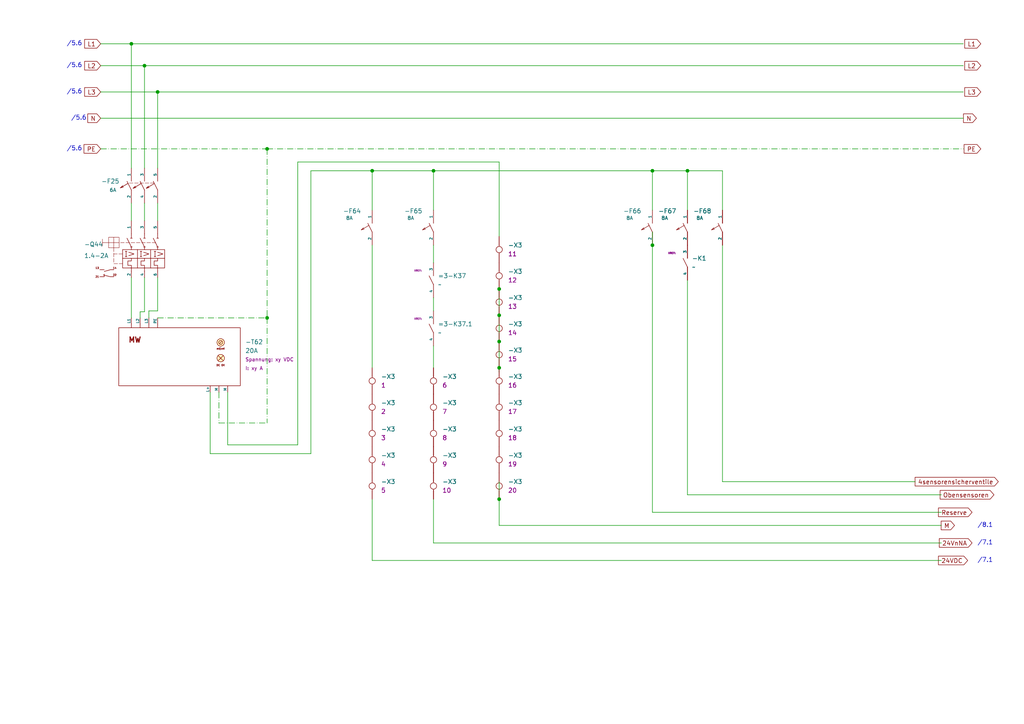
<source format=kicad_sch>
(kicad_sch (version 20250114) (generator "eeschema") (generator_version "9.0")
  (paper "A4")
  (title_block (comment 4 "1"))
  (lib_symbols
    (symbol "Verbinder_Standart_einfach_(X)_1" (pin_numbers (hide yes)) (pin_names (offset 0))
      (property "Reference" "-X" (at -4.572 2.794 0))
      (property "Nummer" "x" (at 3.048 3.048 0))
      (symbol "Verbinder_Standart_einfach_(X)_1_0_1"
        (polyline (pts (xy 0 1.27) (xy 0 1.016)))
        (circle (center 0 0) (radius 0.9158))
        (polyline (pts (xy 0 -1.27) (xy 0 -1.016)))
      )
      (symbol "Verbinder_Standart_einfach_(X)_1_1_1"
        (pin passive line (at 0 3.81 270) (length 2.54) (name "") (number ""))
        (pin passive line (at 0 -3.81 90) (length 2.54) (name "") (number ""))
      )
    )
    (symbol "Verbinder_Standart_einfach_(X)_10" (pin_numbers (hide yes)) (pin_names (offset 0))
      (property "Reference" "-X" (at -4.572 2.794 0))
      (property "Nummer" "x" (at 3.048 3.048 0))
      (symbol "Verbinder_Standart_einfach_(X)_10_0_1"
        (polyline (pts (xy 0 1.27) (xy 0 1.016)))
        (circle (center 0 0) (radius 0.9158))
        (polyline (pts (xy 0 -1.27) (xy 0 -1.016)))
      )
      (symbol "Verbinder_Standart_einfach_(X)_10_1_1"
        (pin passive line (at 0 3.81 270) (length 2.54) (name "") (number ""))
        (pin passive line (at 0 -3.81 90) (length 2.54) (name "") (number ""))
      )
    )
    (symbol "Verbinder_Standart_einfach_(X)_11" (pin_numbers (hide yes)) (pin_names (offset 0))
      (property "Reference" "-X" (at -4.572 2.794 0))
      (property "Nummer" "x" (at 3.048 3.048 0))
      (symbol "Verbinder_Standart_einfach_(X)_11_0_1"
        (polyline (pts (xy 0 1.27) (xy 0 1.016)))
        (circle (center 0 0) (radius 0.9158))
        (polyline (pts (xy 0 -1.27) (xy 0 -1.016)))
      )
      (symbol "Verbinder_Standart_einfach_(X)_11_1_1"
        (pin passive line (at 0 3.81 270) (length 2.54) (name "") (number ""))
        (pin passive line (at 0 -3.81 90) (length 2.54) (name "") (number ""))
      )
    )
    (symbol "Verbinder_Standart_einfach_(X)_12" (pin_numbers (hide yes)) (pin_names (offset 0))
      (property "Reference" "-X" (at -4.572 2.794 0))
      (property "Nummer" "x" (at 3.048 3.048 0))
      (symbol "Verbinder_Standart_einfach_(X)_12_0_1"
        (polyline (pts (xy 0 1.27) (xy 0 1.016)))
        (circle (center 0 0) (radius 0.9158))
        (polyline (pts (xy 0 -1.27) (xy 0 -1.016)))
      )
      (symbol "Verbinder_Standart_einfach_(X)_12_1_1"
        (pin passive line (at 0 3.81 270) (length 2.54) (name "") (number ""))
        (pin passive line (at 0 -3.81 90) (length 2.54) (name "") (number ""))
      )
    )
    (symbol "Verbinder_Standart_einfach_(X)_13" (pin_numbers (hide yes)) (pin_names (offset 0))
      (property "Reference" "-X" (at -4.572 2.794 0))
      (property "Nummer" "x" (at 3.048 3.048 0))
      (symbol "Verbinder_Standart_einfach_(X)_13_0_1"
        (polyline (pts (xy 0 1.27) (xy 0 1.016)))
        (circle (center 0 0) (radius 0.9158))
        (polyline (pts (xy 0 -1.27) (xy 0 -1.016)))
      )
      (symbol "Verbinder_Standart_einfach_(X)_13_1_1"
        (pin passive line (at 0 3.81 270) (length 2.54) (name "") (number ""))
        (pin passive line (at 0 -3.81 90) (length 2.54) (name "") (number ""))
      )
    )
    (symbol "Verbinder_Standart_einfach_(X)_14" (pin_numbers (hide yes)) (pin_names (offset 0))
      (property "Reference" "-X" (at -4.572 2.794 0))
      (property "Nummer" "x" (at 3.048 3.048 0))
      (symbol "Verbinder_Standart_einfach_(X)_14_0_1"
        (polyline (pts (xy 0 1.27) (xy 0 1.016)))
        (circle (center 0 0) (radius 0.9158))
        (polyline (pts (xy 0 -1.27) (xy 0 -1.016)))
      )
      (symbol "Verbinder_Standart_einfach_(X)_14_1_1"
        (pin passive line (at 0 3.81 270) (length 2.54) (name "") (number ""))
        (pin passive line (at 0 -3.81 90) (length 2.54) (name "") (number ""))
      )
    )
    (symbol "Verbinder_Standart_einfach_(X)_15" (pin_numbers (hide yes)) (pin_names (offset 0))
      (property "Reference" "-X" (at -4.572 2.794 0))
      (property "Nummer" "x" (at 3.048 3.048 0))
      (symbol "Verbinder_Standart_einfach_(X)_15_0_1"
        (polyline (pts (xy 0 1.27) (xy 0 1.016)))
        (circle (center 0 0) (radius 0.9158))
        (polyline (pts (xy 0 -1.27) (xy 0 -1.016)))
      )
      (symbol "Verbinder_Standart_einfach_(X)_15_1_1"
        (pin passive line (at 0 3.81 270) (length 2.54) (name "") (number ""))
        (pin passive line (at 0 -3.81 90) (length 2.54) (name "") (number ""))
      )
    )
    (symbol "Verbinder_Standart_einfach_(X)_16" (pin_numbers (hide yes)) (pin_names (offset 0))
      (property "Reference" "-X" (at -4.572 2.794 0))
      (property "Nummer" "x" (at 3.048 3.048 0))
      (symbol "Verbinder_Standart_einfach_(X)_16_0_1"
        (polyline (pts (xy 0 1.27) (xy 0 1.016)))
        (circle (center 0 0) (radius 0.9158))
        (polyline (pts (xy 0 -1.27) (xy 0 -1.016)))
      )
      (symbol "Verbinder_Standart_einfach_(X)_16_1_1"
        (pin passive line (at 0 3.81 270) (length 2.54) (name "") (number ""))
        (pin passive line (at 0 -3.81 90) (length 2.54) (name "") (number ""))
      )
    )
    (symbol "Verbinder_Standart_einfach_(X)_17" (pin_numbers (hide yes)) (pin_names (offset 0))
      (property "Reference" "-X" (at -4.572 2.794 0))
      (property "Nummer" "x" (at 3.048 3.048 0))
      (symbol "Verbinder_Standart_einfach_(X)_17_0_1"
        (polyline (pts (xy 0 1.27) (xy 0 1.016)))
        (circle (center 0 0) (radius 0.9158))
        (polyline (pts (xy 0 -1.27) (xy 0 -1.016)))
      )
      (symbol "Verbinder_Standart_einfach_(X)_17_1_1"
        (pin passive line (at 0 3.81 270) (length 2.54) (name "") (number ""))
        (pin passive line (at 0 -3.81 90) (length 2.54) (name "") (number ""))
      )
    )
    (symbol "Verbinder_Standart_einfach_(X)_18" (pin_numbers (hide yes)) (pin_names (offset 0))
      (property "Reference" "-X" (at -4.572 2.794 0))
      (property "Nummer" "x" (at 3.048 3.048 0))
      (symbol "Verbinder_Standart_einfach_(X)_18_0_1"
        (polyline (pts (xy 0 1.27) (xy 0 1.016)))
        (circle (center 0 0) (radius 0.9158))
        (polyline (pts (xy 0 -1.27) (xy 0 -1.016)))
      )
      (symbol "Verbinder_Standart_einfach_(X)_18_1_1"
        (pin passive line (at 0 3.81 270) (length 2.54) (name "") (number ""))
        (pin passive line (at 0 -3.81 90) (length 2.54) (name "") (number ""))
      )
    )
    (symbol "Verbinder_Standart_einfach_(X)_19" (pin_numbers (hide yes)) (pin_names (offset 0))
      (property "Reference" "-X" (at -4.572 2.794 0))
      (property "Nummer" "x" (at 3.048 3.048 0))
      (symbol "Verbinder_Standart_einfach_(X)_19_0_1"
        (polyline (pts (xy 0 1.27) (xy 0 1.016)))
        (circle (center 0 0) (radius 0.9158))
        (polyline (pts (xy 0 -1.27) (xy 0 -1.016)))
      )
      (symbol "Verbinder_Standart_einfach_(X)_19_1_1"
        (pin passive line (at 0 3.81 270) (length 2.54) (name "") (number ""))
        (pin passive line (at 0 -3.81 90) (length 2.54) (name "") (number ""))
      )
    )
    (symbol "Verbinder_Standart_einfach_(X)_2" (pin_numbers (hide yes)) (pin_names (offset 0))
      (property "Reference" "-X" (at -4.572 2.794 0))
      (property "Nummer" "x" (at 3.048 3.048 0))
      (symbol "Verbinder_Standart_einfach_(X)_2_0_1"
        (polyline (pts (xy 0 1.27) (xy 0 1.016)))
        (circle (center 0 0) (radius 0.9158))
        (polyline (pts (xy 0 -1.27) (xy 0 -1.016)))
      )
      (symbol "Verbinder_Standart_einfach_(X)_2_1_1"
        (pin passive line (at 0 3.81 270) (length 2.54) (name "") (number ""))
        (pin passive line (at 0 -3.81 90) (length 2.54) (name "") (number ""))
      )
    )
    (symbol "Verbinder_Standart_einfach_(X)_20" (pin_numbers (hide yes)) (pin_names (offset 0))
      (property "Reference" "-X" (at -4.572 2.794 0))
      (property "Nummer" "x" (at 3.048 3.048 0))
      (symbol "Verbinder_Standart_einfach_(X)_20_0_1"
        (polyline (pts (xy 0 1.27) (xy 0 1.016)))
        (circle (center 0 0) (radius 0.9158))
        (polyline (pts (xy 0 -1.27) (xy 0 -1.016)))
      )
      (symbol "Verbinder_Standart_einfach_(X)_20_1_1"
        (pin passive line (at 0 3.81 270) (length 2.54) (name "") (number ""))
        (pin passive line (at 0 -3.81 90) (length 2.54) (name "") (number ""))
      )
    )
    (symbol "Verbinder_Standart_einfach_(X)_21" (pin_numbers (hide yes)) (pin_names (offset 0))
      (property "Reference" "-X" (at -4.572 2.794 0))
      (property "Nummer" "x" (at 3.048 3.048 0))
      (symbol "Verbinder_Standart_einfach_(X)_21_0_1"
        (polyline (pts (xy 0 1.27) (xy 0 1.016)))
        (circle (center 0 0) (radius 0.9158))
        (polyline (pts (xy 0 -1.27) (xy 0 -1.016)))
      )
      (symbol "Verbinder_Standart_einfach_(X)_21_1_1"
        (pin passive line (at 0 3.81 270) (length 2.54) (name "") (number ""))
        (pin passive line (at 0 -3.81 90) (length 2.54) (name "") (number ""))
      )
    )
    (symbol "Verbinder_Standart_einfach_(X)_22" (pin_numbers (hide yes)) (pin_names (offset 0))
      (property "Reference" "-X" (at -4.572 2.794 0))
      (property "Nummer" "x" (at 3.048 3.048 0))
      (symbol "Verbinder_Standart_einfach_(X)_22_0_1"
        (polyline (pts (xy 0 1.27) (xy 0 1.016)))
        (circle (center 0 0) (radius 0.9158))
        (polyline (pts (xy 0 -1.27) (xy 0 -1.016)))
      )
      (symbol "Verbinder_Standart_einfach_(X)_22_1_1"
        (pin passive line (at 0 3.81 270) (length 2.54) (name "") (number ""))
        (pin passive line (at 0 -3.81 90) (length 2.54) (name "") (number ""))
      )
    )
    (symbol "Verbinder_Standart_einfach_(X)_23" (pin_numbers (hide yes)) (pin_names (offset 0))
      (property "Reference" "-X" (at -4.572 2.794 0))
      (property "Nummer" "x" (at 3.048 3.048 0))
      (symbol "Verbinder_Standart_einfach_(X)_23_0_1"
        (polyline (pts (xy 0 1.27) (xy 0 1.016)))
        (circle (center 0 0) (radius 0.9158))
        (polyline (pts (xy 0 -1.27) (xy 0 -1.016)))
      )
      (symbol "Verbinder_Standart_einfach_(X)_23_1_1"
        (pin passive line (at 0 3.81 270) (length 2.54) (name "") (number ""))
        (pin passive line (at 0 -3.81 90) (length 2.54) (name "") (number ""))
      )
    )
    (symbol "Verbinder_Standart_einfach_(X)_24" (pin_numbers (hide yes)) (pin_names (offset 0))
      (property "Reference" "-X" (at -4.572 2.794 0))
      (property "Nummer" "x" (at 3.048 3.048 0))
      (symbol "Verbinder_Standart_einfach_(X)_24_0_1"
        (polyline (pts (xy 0 1.27) (xy 0 1.016)))
        (circle (center 0 0) (radius 0.9158))
        (polyline (pts (xy 0 -1.27) (xy 0 -1.016)))
      )
      (symbol "Verbinder_Standart_einfach_(X)_24_1_1"
        (pin passive line (at 0 3.81 270) (length 2.54) (name "") (number ""))
        (pin passive line (at 0 -3.81 90) (length 2.54) (name "") (number ""))
      )
    )
    (symbol "Verbinder_Standart_einfach_(X)_3" (pin_numbers (hide yes)) (pin_names (offset 0))
      (property "Reference" "-X" (at -4.572 2.794 0))
      (property "Nummer" "x" (at 3.048 3.048 0))
      (symbol "Verbinder_Standart_einfach_(X)_3_0_1"
        (polyline (pts (xy 0 1.27) (xy 0 1.016)))
        (circle (center 0 0) (radius 0.9158))
        (polyline (pts (xy 0 -1.27) (xy 0 -1.016)))
      )
      (symbol "Verbinder_Standart_einfach_(X)_3_1_1"
        (pin passive line (at 0 3.81 270) (length 2.54) (name "") (number ""))
        (pin passive line (at 0 -3.81 90) (length 2.54) (name "") (number ""))
      )
    )
    (symbol "Verbinder_Standart_einfach_(X)_4" (pin_numbers (hide yes)) (pin_names (offset 0))
      (property "Reference" "-X" (at -4.572 2.794 0))
      (property "Nummer" "x" (at 3.048 3.048 0))
      (symbol "Verbinder_Standart_einfach_(X)_4_0_1"
        (polyline (pts (xy 0 1.27) (xy 0 1.016)))
        (circle (center 0 0) (radius 0.9158))
        (polyline (pts (xy 0 -1.27) (xy 0 -1.016)))
      )
      (symbol "Verbinder_Standart_einfach_(X)_4_1_1"
        (pin passive line (at 0 3.81 270) (length 2.54) (name "") (number ""))
        (pin passive line (at 0 -3.81 90) (length 2.54) (name "") (number ""))
      )
    )
    (symbol "devices:Power-Supply_allpolig_(T)" (pin_numbers (hide yes)) (pin_names (offset 0)) (on_board no)
      (property "Reference" "-T" (at -21.082 9.652 0))
      (property "Spannung" "xy VDC" (at -8.382 -2.286 0) (show_name))
      (property "I" "xy A" (at -12.7 -4.064 0) (show_name))
      (symbol "Power-Supply_allpolig_(T)_0_1"
        (rectangle (start -17.6212 8.5724) (end 17.6213 -8.2549))
        (polyline (pts (xy -13.97 9.652) (xy -13.97 8.636)))
        (polyline (pts (xy -11.43 9.652) (xy -11.43 8.636)))
        (polyline (pts (xy -8.89 9.652) (xy -8.89 8.636)))
        (polyline (pts (xy -6.35 9.652) (xy -6.35 8.636)))
      )
      (symbol "Power-Supply_allpolig_(T)_1_1"
        (polyline (pts (xy 11.176 0.508) (xy 12.7 -1.016)))
        (polyline (pts (xy 11.176 -1.016) (xy 12.7 0.508)))
        (polyline (pts (xy 11.684 4.064) (xy 12.192 4.572)))
        (circle (center 11.938 4.318) (radius 0.568))
        (circle (center 11.938 4.318) (radius 1.0776) (fill (type background)))
        (circle (center 11.938 -0.254) (radius 1.0776) (fill (type background)))
        (text "MW" (at -12.954 5.08 0) (effects (font (size 1.524 1.524) (thickness 0.3048) (bold yes))))
        (text "adjust" (at 11.938 2.54 0) (effects (font (size 0.508 0.508))))
        (text "DC OK" (at 11.938 -2.286 0) (effects (font (size 0.508 0.508))))
        (pin passive line (at -13.97 11.43 270) (length 1.778) (name "L1") (number "L1"))
        (pin passive line (at -11.43 11.43 270) (length 1.778) (name "L2") (number "L2"))
        (pin passive line (at -8.89 11.43 270) (length 1.778) (name "L3") (number "L3"))
        (pin passive line (at -6.35 11.43 270) (length 1.778) (name "PE") (number "PE"))
        (pin passive line (at 8.89 -10.16 90) (length 1.778) (name "L+") (number "L+"))
        (pin passive line (at 11.43 -10.16 90) (length 1.778) (name "M") (number "M"))
        (pin passive line (at 13.97 -10.16 90) (length 1.778) (name "M") (number "M"))
      )
    )
    (symbol "standart:Relais_(K)_NO" (pin_numbers (hide yes)) (pin_names (offset 0))
      (property "Reference" "-K" (at -4.318 4.318 0))
      (symbol "Relais_(K)_NO_0_1"
        (polyline (pts (xy 0 1.27) (xy 0 1.27)))
        (polyline (pts (xy 0 -1.27) (xy -1.27 1.27)))
      )
      (symbol "Relais_(K)_NO_1_1"
        (pin passive line (at 0 5.08 270) (length 3.81) (name "3") (number "3"))
        (pin passive line (at 0 -5.08 90) (length 3.81) (name "4") (number "4"))
      )
    )
    (symbol "standart:Schalter_LS_(F)" (pin_numbers (hide yes)) (pin_names (offset 0))
      (property "Reference" "-F" (at -5.842 3.556 0))
      (property "Value" "A" (at -6.604 1.524 0))
      (symbol "Schalter_LS_(F)_0_1"
        (polyline (pts (xy -3.1577 -1.8949) (xy -3.1577 -1.8949)))
        (polyline (pts (xy 0 0) (xy 0 0)))
        (polyline (pts (xy 0 -2.54) (xy -1.27 0)))
      )
      (symbol "Schalter_LS_(F)_1_1"
        (polyline (pts (xy -3.175 -1.905) (xy -2.54 -1.27)) (stroke (width 0.127)))
        (polyline (pts (xy -3.175 -1.905) (xy -2.3014 -1.67)) (stroke (width 0.127)))
        (polyline (pts (xy -0.9505 -0.6011) (xy -3.175 -1.905)) (stroke (width 0.127)))
        (pin passive line (at 0 3.81 270) (length 3.81) (name "1") (number "1"))
        (pin passive line (at 0 -6.35 90) (length 3.81) (name "2") (number "2"))
      )
    )
    (symbol "standart:Schalter_LS_allpolig_(F)" (pin_numbers (hide yes)) (pin_names (offset 0))
      (property "Reference" "-F" (at -5.842 3.556 0))
      (property "Value" "A" (at -6.604 1.524 0))
      (symbol "Schalter_LS_allpolig_(F)_0_1"
        (polyline (pts (xy -3.175 -1.905) (xy -2.54 -1.27)))
        (polyline (pts (xy -3.175 -1.905) (xy -2.3014 -1.67)))
        (polyline (pts (xy -3.1577 -1.8949) (xy -3.1577 -1.8949)))
        (polyline (pts (xy -0.9505 -0.6011) (xy -3.175 -1.905)))
        (polyline (pts (xy 0 0) (xy 0 0)))
        (polyline (pts (xy 0 -2.54) (xy -1.27 0)))
        (polyline (pts (xy 0.508 -2.032) (xy 1.143 -1.397)))
        (polyline (pts (xy 0.508 -2.032) (xy 1.3816 -1.797)))
        (polyline (pts (xy 0.5253 -2.0219) (xy 0.5253 -2.0219)))
        (polyline (pts (xy 2.7325 -0.7281) (xy 0.508 -2.032)))
        (polyline (pts (xy 3.81 0) (xy 3.81 0)))
        (polyline (pts (xy 3.81 -2.54) (xy 2.54 0)))
        (polyline (pts (xy 4.318 -2.032) (xy 4.953 -1.397)))
        (polyline (pts (xy 4.318 -2.032) (xy 5.1916 -1.797)))
        (polyline (pts (xy 4.3353 -2.0219) (xy 4.3353 -2.0219)))
        (polyline (pts (xy 6.5425 -0.7281) (xy 4.318 -2.032)))
        (polyline (pts (xy 7.62 0) (xy 7.62 0)))
        (polyline (pts (xy 7.62 -2.54) (xy 6.35 0)))
      )
      (symbol "Schalter_LS_allpolig_(F)_1_1"
        (polyline (pts (xy 6.604 -0.508) (xy -1.016 -0.508)) (stroke (width 0.1016) (type dash)))
        (pin passive line (at 0 3.81 270) (length 3.81) (name "1") (number "1"))
        (pin passive line (at 0 -6.35 90) (length 3.81) (name "2") (number "2"))
        (pin passive line (at 3.81 3.81 270) (length 3.81) (name "3") (number "3"))
        (pin passive line (at 3.81 -6.35 90) (length 3.81) (name "4") (number "4"))
        (pin passive line (at 7.62 3.81 270) (length 3.81) (name "5") (number "5"))
        (pin passive line (at 7.62 -6.35 90) (length 3.81) (name "2") (number "2"))
      )
    )
    (symbol "standart:Schalter_MS_(Q)_1-6" (pin_numbers (hide yes)) (pin_names (offset 0))
      (property "Reference" "-Q" (at -10.16 8.128 0))
      (symbol "Schalter_MS_(Q)_1-6_0_1"
        (polyline (pts (xy -12.954 -6.096) (xy -11.684 -6.096) (xy -11.684 -5.334)))
        (polyline (pts (xy -11.938 -5.588) (xy -9.906 -6.096)))
        (polyline (pts (xy -11.684 -4.064) (xy -12.954 -4.064)))
        (polyline (pts (xy -9.906 -6.096) (xy -8.89 -6.096)))
        (polyline (pts (xy -8.89 -4.064) (xy -9.906 -4.064) (xy -11.684 -4.572)))
        (rectangle (start -6.35 1.778) (end 5.842 -3.556))
        (polyline (pts (xy -5.588 1.27) (xy -5.08 1.27)))
        (polyline (pts (xy -5.588 -0.254) (xy -5.08 -0.254)))
        (polyline (pts (xy -5.334 1.27) (xy -5.334 -0.254)))
        (polyline (pts (xy -4.572 1.016) (xy -3.048 0.508) (xy -4.572 0)))
        (polyline (pts (xy -4.064 5.08) (xy -3.556 5.08)))
        (polyline (pts (xy -4.064 2.54) (xy -3.556 2.54)))
        (polyline (pts (xy -3.81 6.35) (xy -3.81 5.08)))
        (polyline (pts (xy -3.81 5.08) (xy -3.81 5.08)))
        (polyline (pts (xy -3.81 2.54) (xy -5.08 5.08)))
        (polyline (pts (xy -3.81 2.54) (xy -3.81 1.778)))
        (polyline (pts (xy -3.81 -0.762) (xy -3.81 -1.524) (xy -4.826 -1.524) (xy -4.826 -2.794) (xy -3.81 -2.794) (xy -3.81 -3.556)))
        (polyline (pts (xy -3.81 -4.572) (xy -3.81 -3.556)))
        (polyline (pts (xy -2.032 1.778) (xy -2.032 -3.556)))
        (polyline (pts (xy -1.27 1.27) (xy -0.762 1.27)))
        (polyline (pts (xy -1.27 -0.254) (xy -0.762 -0.254)))
        (polyline (pts (xy -1.016 1.27) (xy -1.016 -0.254)))
        (polyline (pts (xy -0.254 5.08) (xy 0.254 5.08)))
        (polyline (pts (xy -0.254 2.54) (xy 0.254 2.54)))
        (polyline (pts (xy -0.254 1.016) (xy 1.27 0.508) (xy -0.254 0)))
        (polyline (pts (xy 0 6.35) (xy 0 5.08)))
        (polyline (pts (xy 0 5.08) (xy 0 5.08)))
        (polyline (pts (xy 0 2.54) (xy -1.27 5.08)))
        (polyline (pts (xy 0 2.54) (xy 0 1.778)))
        (polyline (pts (xy 0 -0.762) (xy 0 -1.524) (xy -1.016 -1.524) (xy -1.016 -2.794) (xy 0 -2.794) (xy 0 -3.556)))
        (polyline (pts (xy 0 -3.556) (xy 0 -4.572)))
        (polyline (pts (xy 1.778 1.651) (xy 1.778 -3.556)))
        (polyline (pts (xy 2.794 1.27) (xy 3.302 1.27)))
        (polyline (pts (xy 2.794 -0.254) (xy 3.302 -0.254)))
        (polyline (pts (xy 3.048 1.27) (xy 3.048 -0.254)))
        (polyline (pts (xy 3.556 5.08) (xy 4.064 5.08)))
        (polyline (pts (xy 3.556 2.54) (xy 4.064 2.54)))
        (polyline (pts (xy 3.81 6.35) (xy 3.81 5.08)))
        (polyline (pts (xy 3.81 5.08) (xy 3.81 5.08)))
        (polyline (pts (xy 3.81 2.54) (xy 2.54 5.08)))
        (polyline (pts (xy 3.81 2.54) (xy 3.81 1.778)))
        (polyline (pts (xy 3.81 1.016) (xy 5.334 0.508) (xy 3.81 0)))
        (polyline (pts (xy 3.81 -0.762) (xy 3.81 -1.524) (xy 2.794 -1.524) (xy 2.794 -2.794) (xy 3.81 -2.794) (xy 3.81 -3.556)))
        (polyline (pts (xy 3.81 -3.556) (xy 3.81 -4.572)))
        (polyline (pts (xy 5.842 -0.762) (xy -6.35 -0.762)))
      )
      (symbol "Schalter_MS_(Q)_1-6_1_1"
        (polyline (pts (xy -12.192 3.81) (xy -12.192 2.794)) (stroke (width 0.1016)))
        (rectangle (start -10.414 5.334) (end -7.366 2.286) (stroke (width 0.1016)))
        (polyline (pts (xy -8.89 2.286) (xy -8.89 5.334)) (stroke (width 0.1016)))
        (polyline (pts (xy -8.89 2.286) (xy -8.89 -2.286) (xy -6.35 -2.286)) (stroke (width 0.1016) (type dash)))
        (polyline (pts (xy -7.366 3.81) (xy -12.192 3.81) (xy -12.192 4.826)) (stroke (width 0.1016)))
        (polyline (pts (xy -6.35 0.508) (xy -8.89 0.508)) (stroke (width 0.1016) (type dash)))
        (polyline (pts (xy 3.302 3.81) (xy -7.112 3.81)) (stroke (width 0.1016) (type dash)))
        (text "13" (at -13.716 -3.556 0) (effects (font (size 0.508 0.508))))
        (text "21" (at -13.716 -6.096 0) (effects (font (size 0.508 0.508))))
        (text "14" (at -8.636 -3.556 0) (effects (font (size 0.508 0.508))))
        (text "22" (at -8.636 -5.588 0) (effects (font (size 0.508 0.508))))
        (pin passive line (at -3.81 10.16 270) (length 3.81) (name "1") (number "1"))
        (pin passive line (at -3.81 -6.35 90) (length 1.778) (name "2") (number "2"))
        (pin passive line (at 0 10.16 270) (length 3.81) (name "3") (number "3"))
        (pin passive line (at 0 -6.35 90) (length 1.778) (name "4") (number "4"))
        (pin passive line (at 3.81 10.16 270) (length 3.81) (name "5") (number "5"))
        (pin passive line (at 3.81 -6.35 90) (length 1.778) (name "6") (number "6"))
      )
    )
    (symbol "standart:Verbinder_Standart_einfach_(X)" (pin_numbers (hide yes)) (pin_names (offset 0))
      (property "Reference" "-X" (at -4.572 2.794 0))
      (property "Nummer" "x" (at 3.048 3.048 0))
      (symbol "Verbinder_Standart_einfach_(X)_0_1"
        (polyline (pts (xy 0 1.27) (xy 0 1.016)))
        (circle (center 0 0) (radius 0.9158))
        (polyline (pts (xy 0 -1.27) (xy 0 -1.016)))
      )
      (symbol "Verbinder_Standart_einfach_(X)_1_1"
        (pin passive line (at 0 3.81 270) (length 2.54) (name "") (number ""))
        (pin passive line (at 0 -3.81 90) (length 2.54) (name "") (number ""))
      )
    )
  )
  (text "/7.1" (at 285.75 157.48 0) (effects (font (size 1.27 1.27))))
  (text "/5.6" (at 22.86 34.29 0) (effects (font (size 1.27 1.27))))
  (text "/8.1\n" (at 285.75 152.4 0) (effects (font (size 1.27 1.27))))
  (text "/5.6" (at 21.59 19.05 0) (effects (font (size 1.27 1.27))))
  (text "/5.6" (at 21.59 26.67 0) (effects (font (size 1.27 1.27))))
  (text "/5.6" (at 21.59 12.7 0) (effects (font (size 1.27 1.27))))
  (text "/5.6" (at 21.59 43.18 0) (effects (font (size 1.27 1.27))))
  (text "/7.1" (at 285.75 162.56 0) (effects (font (size 1.27 1.27))))
  (junction (at 77.47 43.18))
  (junction (at 144.78 106.68))
  (junction (at 189.23 71.12))
  (junction (at 144.78 144.78))
  (junction (at 189.23 49.53))
  (junction (at 144.78 91.44))
  (junction (at 144.78 83.82))
  (junction (at 38.1 12.7))
  (junction (at 144.78 99.06))
  (junction (at 199.39 49.53))
  (junction (at 125.73 49.53))
  (junction (at 77.47 92.202))
  (junction (at 45.72 26.67))
  (junction (at 41.91 19.05))
  (junction (at 107.95 49.53))
  (wire (pts (xy 45.72 26.67) (xy 45.72 48.768)))
  (wire (pts (xy 189.23 148.59) (xy 273.05 148.59)))
  (wire (pts (xy 107.95 49.53) (xy 107.95 60.96)))
  (wire (pts (xy 43.18 90.17) (xy 45.72 90.17)))
  (wire (pts (xy 45.72 92.202) (xy 77.47 92.202)) (stroke (width 0) (type dash_dot)))
  (wire (pts (xy 29.21 12.7) (xy 38.1 12.7)))
  (wire (pts (xy 90.17 49.53) (xy 90.17 131.572)))
  (wire (pts (xy 209.55 49.53) (xy 209.55 60.96)))
  (wire (pts (xy 86.36 46.99) (xy 144.78 46.99)))
  (wire (pts (xy 45.72 80.518) (xy 45.72 90.17)))
  (wire (pts (xy 77.47 92.202) (xy 77.47 122.682)) (stroke (width 0) (type dash_dot)))
  (wire (pts (xy 189.23 49.53) (xy 189.23 60.96)))
  (wire (pts (xy 66.04 129.032) (xy 86.36 129.032)))
  (wire (pts (xy 38.1 12.7) (xy 279.4 12.7)))
  (wire (pts (xy 40.64 90.424) (xy 41.91 90.424)))
  (wire (pts (xy 60.96 131.572) (xy 90.17 131.572)))
  (wire (pts (xy 107.95 106.68) (xy 107.95 71.12)))
  (wire (pts (xy 41.91 80.518) (xy 41.91 90.424)))
  (wire (pts (xy 29.21 19.05) (xy 41.91 19.05)))
  (wire (pts (xy 144.78 139.7) (xy 144.78 144.78)))
  (wire (pts (xy 29.21 43.18) (xy 77.47 43.18)) (stroke (width 0) (type dash_dot)))
  (wire (pts (xy 144.78 46.99) (xy 144.78 68.58)))
  (wire (pts (xy 144.78 106.68) (xy 144.78 107.95)))
  (wire (pts (xy 77.47 43.18) (xy 279.4 43.18)) (stroke (width 0) (type dash_dot)))
  (wire (pts (xy 77.47 43.18) (xy 77.47 92.202)) (stroke (width 0) (type dash_dot)))
  (wire (pts (xy 144.78 83.82) (xy 144.78 91.44)))
  (wire (pts (xy 125.73 49.53) (xy 125.73 60.96)))
  (wire (pts (xy 29.21 34.29) (xy 279.4 34.29)))
  (wire (pts (xy 144.78 144.78) (xy 144.78 152.4)))
  (wire (pts (xy 107.95 49.53) (xy 125.73 49.53)))
  (wire (pts (xy 63.5 113.792) (xy 63.5 122.682)) (stroke (width 0) (type dash_dot)))
  (wire (pts (xy 209.55 71.12) (xy 209.55 139.7)))
  (wire (pts (xy 66.04 113.792) (xy 66.04 129.032)))
  (wire (pts (xy 125.73 90.17) (xy 125.73 86.36)))
  (wire (pts (xy 189.23 71.12) (xy 189.23 148.59)))
  (wire (pts (xy 209.55 139.7) (xy 265.43 139.7)))
  (wire (pts (xy 125.73 157.48) (xy 273.05 157.48)))
  (wire (pts (xy 38.1 80.518) (xy 38.1 92.202)))
  (wire (pts (xy 125.73 144.78) (xy 125.73 157.48)))
  (wire (pts (xy 41.91 58.928) (xy 41.91 64.008)))
  (wire (pts (xy 38.1 58.928) (xy 38.1 64.008)))
  (wire (pts (xy 86.36 46.99) (xy 86.36 129.032)))
  (wire (pts (xy 199.39 49.53) (xy 199.39 60.96)))
  (wire (pts (xy 63.5 122.682) (xy 77.47 122.682)) (stroke (width 0) (type dash_dot)))
  (wire (pts (xy 107.95 162.56) (xy 273.05 162.56)))
  (wire (pts (xy 144.78 152.4) (xy 273.05 152.4)))
  (wire (pts (xy 144.78 91.44) (xy 144.78 99.06)))
  (wire (pts (xy 41.91 19.05) (xy 41.91 48.768)))
  (wire (pts (xy 189.23 67.31) (xy 189.23 71.12)))
  (wire (pts (xy 41.91 19.05) (xy 279.4 19.05)))
  (wire (pts (xy 38.1 12.7) (xy 38.1 48.768)))
  (wire (pts (xy 45.72 58.928) (xy 45.72 64.008)))
  (wire (pts (xy 43.18 90.17) (xy 43.18 92.202)))
  (wire (pts (xy 144.78 99.06) (xy 144.78 106.68)))
  (wire (pts (xy 125.73 100.33) (xy 125.73 106.68)))
  (wire (pts (xy 40.64 90.424) (xy 40.64 92.202)))
  (wire (pts (xy 199.39 81.28) (xy 199.39 143.51)))
  (wire (pts (xy 189.23 49.53) (xy 199.39 49.53)))
  (wire (pts (xy 125.73 49.53) (xy 189.23 49.53)))
  (wire (pts (xy 125.73 71.12) (xy 125.73 76.2)))
  (wire (pts (xy 45.72 26.67) (xy 279.4 26.67)))
  (wire (pts (xy 60.96 113.792) (xy 60.96 131.572)))
  (wire (pts (xy 29.21 26.67) (xy 45.72 26.67)))
  (wire (pts (xy 90.17 49.53) (xy 107.95 49.53)))
  (wire (pts (xy 199.39 49.53) (xy 209.55 49.53)))
  (wire (pts (xy 107.95 144.78) (xy 107.95 162.56)))
  (wire (pts (xy 199.39 143.51) (xy 273.05 143.51)))
  (global_label "24VDC" (shape input) (at 280.67 162.56 180) (property "Intersheetrefs" "${INTERSHEET_REFS}" (effects (hide yes))))
  (global_label "Reserve" (shape input) (at 281.94 148.59 180) (property "Intersheetrefs" "${INTERSHEET_REFS}" (effects (hide yes))))
  (global_label "L3" (shape input) (at 29.21 26.67 180) (property "Intersheetrefs" "${INTERSHEET_REFS}" (effects (hide yes))))
  (global_label "24VnNA" (shape input) (at 281.94 157.48 180) (property "Intersheetrefs" "${INTERSHEET_REFS}" (effects (hide yes))))
  (global_label "Obensensoren" (shape input) (at 288.29 143.51 180) (property "Intersheetrefs" "${INTERSHEET_REFS}" (effects (hide yes))))
  (global_label "M" (shape input) (at 276.86 152.4 180) (property "Intersheetrefs" "${INTERSHEET_REFS}" (effects (hide yes))))
  (global_label "L2" (shape input) (at 29.21 19.05 180) (property "Intersheetrefs" "${INTERSHEET_REFS}" (effects (hide yes))))
  (global_label "N" (shape input) (at 29.21 34.29 180) (property "Intersheetrefs" "${INTERSHEET_REFS}" (effects (hide yes))))
  (global_label "4sensorensicherventile" (shape input) (at 289.56 139.7 180) (property "Intersheetrefs" "${INTERSHEET_REFS}" (effects (hide yes))))
  (global_label "PE" (shape input) (at 29.21 43.18 180) (property "Intersheetrefs" "${INTERSHEET_REFS}" (effects (hide yes))))
  (global_label "L3" (shape input) (at 284.48 26.67 180) (property "Intersheetrefs" "${INTERSHEET_REFS}" (effects (hide yes))))
  (global_label "N" (shape input) (at 283.21 34.29 180) (property "Intersheetrefs" "${INTERSHEET_REFS}" (effects (hide yes))))
  (global_label "L2" (shape input) (at 284.48 19.05 180) (property "Intersheetrefs" "${INTERSHEET_REFS}" (effects (hide yes))))
  (global_label "PE" (shape input) (at 284.48 43.18 180) (property "Intersheetrefs" "${INTERSHEET_REFS}" (effects (hide yes))))
  (global_label "L1" (shape input) (at 284.48 12.7 180) (property "Intersheetrefs" "${INTERSHEET_REFS}" (effects (hide yes))))
  (global_label "L1" (shape input) (at 29.21 12.7 180) (property "Intersheetrefs" "${INTERSHEET_REFS}" (effects (hide yes))))
  (symbol (lib_id "devices:Power-Supply_allpolig_(T)") (at 52.07 103.632 0) (unit 1) (on_board no)
    (property "Reference" "-T62" (at 71.12 99.1869 0) (effects (justify left)))
    (property "Value" "20A" (at 71.12 101.7269 0) (effects (justify left)))
    (property "Description" "Netztrafo" (effects (hide yes)))
    (property "Spannung" "xy VDC" (at 71.12 104.2669 0) (show_name yes) (effects (font (size 1.016 1.016)) (justify left)))
    (property "I" "xy A" (at 71.12 106.8069 0) (show_name yes) (effects (font (size 1.016 1.016)) (justify left)))
  )
  (symbol (lib_name "Verbinder_Standart_einfach_(X)_4") (lib_id "standart:Verbinder_Standart_einfach_(X)") (at 107.95 140.97 0) (unit 1)
    (property "Reference" "-X3" (at 110.49 139.6999 0) (effects (justify left)))
    (property "Nummer" "5" (at 110.49 142.2399 0) (effects (justify left)))
  )
  (symbol (lib_name "Verbinder_Standart_einfach_(X)_11") (lib_id "standart:Verbinder_Standart_einfach_(X)") (at 125.73 118.11 0) (unit 1)
    (property "Reference" "-X3" (at 128.27 116.8399 0) (effects (justify left)))
    (property "Nummer" "7" (at 128.27 119.3799 0) (effects (justify left)))
  )
  (symbol (lib_id "standart:Relais_(K)_NO") (at 199.39 76.2 0) (unit 1)
    (property "Reference" "-K1" (at 200.66 74.9299 0) (effects (justify left)))
    (property "Value" "~" (at 200.66 77.4699 0) (effects (justify left)))
  )
  (symbol (lib_id "standart:Schalter_LS_allpolig_(F)") (at 38.1 52.578 0) (unit 1)
    (property "Reference" "-F25" (at 32.004 52.578 0))
    (property "Value" "6A" (at 32.766 55.118 0) (effects (font (size 1.016 1.016))))
  )
  (symbol (lib_id "standart:Relais_(K)_NO") (at 125.73 95.25 0) (unit 1)
    (property "Reference" "=3-K37.1" (at 127 93.9799 0) (effects (justify left)))
    (property "Value" "~" (at 127 96.5199 0) (effects (justify left)))
  )
  (symbol (lib_name "Verbinder_Standart_einfach_(X)_13") (lib_id "standart:Verbinder_Standart_einfach_(X)") (at 125.73 133.35 0) (unit 1)
    (property "Reference" "-X3" (at 128.27 132.0799 0) (effects (justify left)))
    (property "Nummer" "9" (at 128.27 134.6199 0) (effects (justify left)))
  )
  (symbol (lib_name "Verbinder_Standart_einfach_(X)_12") (lib_id "standart:Verbinder_Standart_einfach_(X)") (at 125.73 125.73 0) (unit 1)
    (property "Reference" "-X3" (at 128.27 124.4599 0) (effects (justify left)))
    (property "Nummer" "8" (at 128.27 126.9999 0) (effects (justify left)))
  )
  (symbol (lib_name "Verbinder_Standart_einfach_(X)_21") (lib_id "standart:Verbinder_Standart_einfach_(X)") (at 144.78 72.39 0) (unit 1)
    (property "Reference" "-X3" (at 147.32 71.1199 0) (effects (justify left)))
    (property "Nummer" "11" (at 147.32 73.6599 0) (effects (justify left)))
  )
  (symbol (lib_name "Verbinder_Standart_einfach_(X)_19") (lib_id "standart:Verbinder_Standart_einfach_(X)") (at 144.78 140.97 0) (unit 1)
    (property "Reference" "-X3" (at 147.32 139.6999 0) (effects (justify left)))
    (property "Nummer" "20" (at 147.32 142.2399 0) (effects (justify left)))
  )
  (symbol (lib_name "Verbinder_Standart_einfach_(X)_16") (lib_id "standart:Verbinder_Standart_einfach_(X)") (at 144.78 110.49 0) (unit 1)
    (property "Reference" "-X3" (at 147.32 109.2199 0) (effects (justify left)))
    (property "Nummer" "16" (at 147.32 111.7599 0) (effects (justify left)))
  )
  (symbol (lib_id "standart:Schalter_LS_(F)") (at 199.39 64.77 0) (unit 1)
    (property "Reference" "-F67" (at 193.548 61.214 0))
    (property "Value" "8A" (at 192.786 63.246 0) (effects (font (size 1.016 1.016))))
  )
  (symbol (lib_id "standart:Schalter_LS_(F)") (at 125.73 64.77 0) (unit 1)
    (property "Reference" "-F65" (at 119.888 61.214 0))
    (property "Value" "8A" (at 119.126 63.246 0) (effects (font (size 1.016 1.016))))
  )
  (symbol (lib_id "standart:Relais_(K)_NO") (at 125.73 81.28 0) (unit 1)
    (property "Reference" "=3-K37" (at 127 80.0099 0) (effects (justify left)))
    (property "Value" "~" (at 127 82.5499 0) (effects (justify left)))
  )
  (symbol (lib_name "Verbinder_Standart_einfach_(X)_22") (lib_id "standart:Verbinder_Standart_einfach_(X)") (at 144.78 87.63 0) (unit 1)
    (property "Reference" "-X3" (at 147.32 86.3599 0) (effects (justify left)))
    (property "Nummer" "13" (at 147.32 88.8999 0) (effects (justify left)))
  )
  (symbol (lib_name "Verbinder_Standart_einfach_(X)_15") (lib_id "standart:Verbinder_Standart_einfach_(X)") (at 144.78 118.11 0) (unit 1)
    (property "Reference" "-X3" (at 147.32 116.8399 0) (effects (justify left)))
    (property "Nummer" "17" (at 147.32 119.3799 0) (effects (justify left)))
  )
  (symbol (lib_name "Verbinder_Standart_einfach_(X)_1") (lib_id "standart:Verbinder_Standart_einfach_(X)") (at 107.95 118.11 0) (unit 1)
    (property "Reference" "-X3" (at 110.49 116.8399 0) (effects (justify left)))
    (property "Nummer" "2" (at 110.49 119.3799 0) (effects (justify left)))
  )
  (symbol (lib_name "Verbinder_Standart_einfach_(X)_2") (lib_id "standart:Verbinder_Standart_einfach_(X)") (at 107.95 125.73 0) (unit 1)
    (property "Reference" "-X3" (at 110.49 124.4599 0) (effects (justify left)))
    (property "Nummer" "3" (at 110.49 126.9999 0) (effects (justify left)))
  )
  (symbol (lib_id "standart:Verbinder_Standart_einfach_(X)") (at 107.95 110.49 0) (unit 1)
    (property "Reference" "-X3" (at 110.49 109.2199 0) (effects (justify left)))
    (property "Nummer" "1" (at 110.49 111.7599 0) (effects (justify left)))
  )
  (symbol (lib_name "Verbinder_Standart_einfach_(X)_10") (lib_id "standart:Verbinder_Standart_einfach_(X)") (at 125.73 110.49 0) (unit 1)
    (property "Reference" "-X3" (at 128.27 109.2199 0) (effects (justify left)))
    (property "Nummer" "6" (at 128.27 111.7599 0) (effects (justify left)))
  )
  (symbol (lib_id "standart:Schalter_LS_(F)") (at 189.23 64.77 0) (unit 1)
    (property "Reference" "-F66" (at 183.388 61.214 0))
    (property "Value" "8A" (at 182.626 63.246 0) (effects (font (size 1.016 1.016))))
  )
  (symbol (lib_name "Verbinder_Standart_einfach_(X)_24") (lib_id "standart:Verbinder_Standart_einfach_(X)") (at 144.78 102.87 0) (unit 1)
    (property "Reference" "-X3" (at 147.32 101.5999 0) (effects (justify left)))
    (property "Nummer" "15" (at 147.32 104.1399 0) (effects (justify left)))
  )
  (symbol (lib_name "Verbinder_Standart_einfach_(X)_17") (lib_id "standart:Verbinder_Standart_einfach_(X)") (at 144.78 125.73 0) (unit 1)
    (property "Reference" "-X3" (at 147.32 124.4599 0) (effects (justify left)))
    (property "Nummer" "18" (at 147.32 126.9999 0) (effects (justify left)))
  )
  (symbol (lib_id "standart:Schalter_LS_(F)") (at 209.55 64.77 0) (unit 1)
    (property "Reference" "-F68" (at 203.708 61.214 0))
    (property "Value" "8A" (at 202.946 63.246 0) (effects (font (size 1.016 1.016))))
  )
  (symbol (lib_name "Verbinder_Standart_einfach_(X)_18") (lib_id "standart:Verbinder_Standart_einfach_(X)") (at 144.78 133.35 0) (unit 1)
    (property "Reference" "-X3" (at 147.32 132.0799 0) (effects (justify left)))
    (property "Nummer" "19" (at 147.32 134.6199 0) (effects (justify left)))
  )
  (symbol (lib_name "Verbinder_Standart_einfach_(X)_23") (lib_id "standart:Verbinder_Standart_einfach_(X)") (at 144.78 95.25 0) (unit 1)
    (property "Reference" "-X3" (at 147.32 93.9799 0) (effects (justify left)))
    (property "Nummer" "14" (at 147.32 96.5199 0) (effects (justify left)))
  )
  (symbol (lib_name "Verbinder_Standart_einfach_(X)_14") (lib_id "standart:Verbinder_Standart_einfach_(X)") (at 125.73 140.97 0) (unit 1)
    (property "Reference" "-X3" (at 128.27 139.6999 0) (effects (justify left)))
    (property "Nummer" "10" (at 128.27 142.2399 0) (effects (justify left)))
  )
  (symbol (lib_id "standart:Schalter_MS_(Q)_1-6") (at 41.91 74.168 0) (unit 1)
    (property "Reference" "-Q44" (at 24.384 70.866 0) (effects (justify left)))
    (property "Value" "1.4-2A" (at 24.384 74.168 0) (effects (justify left)))
    (property "Description" "Motorschutzschalter" (effects (hide yes)))
  )
  (symbol (lib_id "standart:Schalter_LS_(F)") (at 107.95 64.77 0) (unit 1)
    (property "Reference" "-F64" (at 102.108 61.214 0))
    (property "Value" "8A" (at 101.346 63.246 0) (effects (font (size 1.016 1.016))))
  )
  (symbol (lib_name "Verbinder_Standart_einfach_(X)_20") (lib_id "standart:Verbinder_Standart_einfach_(X)") (at 144.78 80.01 0) (unit 1)
    (property "Reference" "-X3" (at 147.32 78.7399 0) (effects (justify left)))
    (property "Nummer" "12" (at 147.32 81.2799 0) (effects (justify left)))
  )
  (symbol (lib_name "Verbinder_Standart_einfach_(X)_3") (lib_id "standart:Verbinder_Standart_einfach_(X)") (at 107.95 133.35 0) (unit 1)
    (property "Reference" "-X3" (at 110.49 132.0799 0) (effects (justify left)))
    (property "Nummer" "4" (at 110.49 134.6199 0) (effects (justify left)))
  )
  (sheet (at 337.82 1.27) (size 341.63 209.55) (stroke (width 0.1524))
    (property "Sheetname" "Sicherungsüberwng Einspeisung 230V+24" (at 337.82 0.5584 0) (effects (justify left bottom)))
    (property "Sheetfile" "Sicherungsüberwng Einspeisung 230V+24.kicad_sch" (at 337.82 211.4046 0) (effects (justify left top)))
  )
)
</source>
